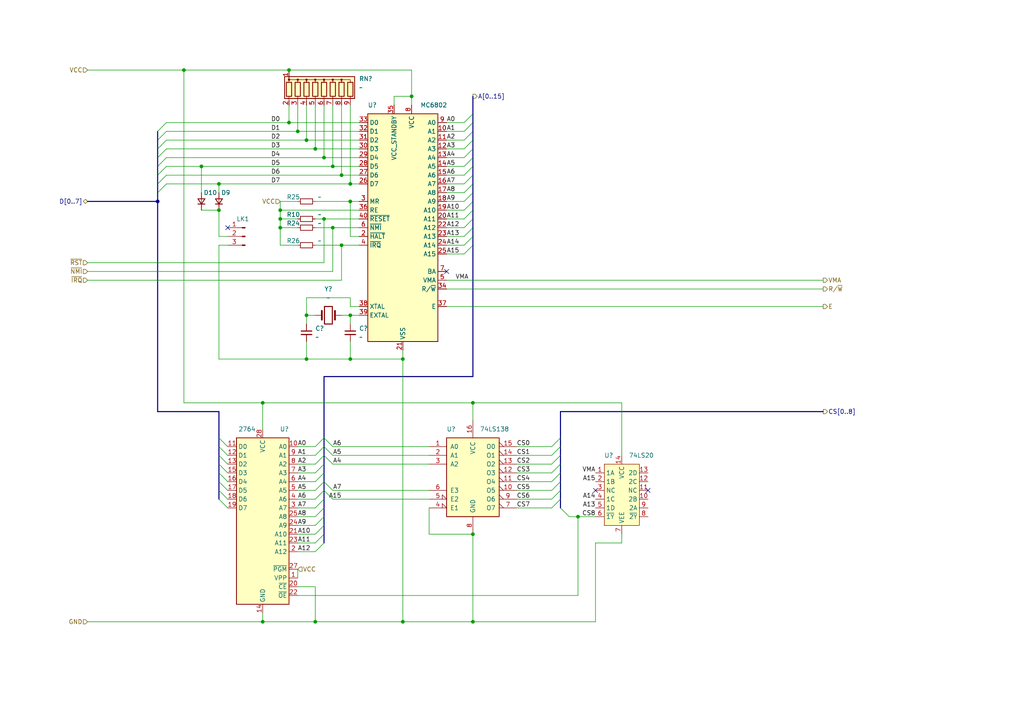
<source format=kicad_sch>
(kicad_sch (version 20211123) (generator eeschema)
  (paper "A4")
  (lib_symbols
    (symbol "74xx:74LS138" (pin_names (offset 1.016))
      (property "Reference" "U" (at -7.62 11.43 0))
      (property "Value" "74LS138" (at -7.62 -13.97 0))
      (symbol "74LS138_1_0"
        (pin input line (at -12.7 7.62 0) (length 5.08) (name "A0") (number "1"))
        (pin output output_low (at 12.7 -5.08 180) (length 5.08) (name "O5") (number "10"))
        (pin output output_low (at 12.7 -2.54 180) (length 5.08) (name "O4") (number "11"))
        (pin output output_low (at 12.7 0 180) (length 5.08) (name "O3") (number "12"))
        (pin output output_low (at 12.7 2.54 180) (length 5.08) (name "O2") (number "13"))
        (pin output output_low (at 12.7 5.08 180) (length 5.08) (name "O1") (number "14"))
        (pin output output_low (at 12.7 7.62 180) (length 5.08) (name "O0") (number "15"))
        (pin power_in line (at 0 15.24 270) (length 5.08) (name "VCC") (number "16"))
        (pin input line (at -12.7 5.08 0) (length 5.08) (name "A1") (number "2"))
        (pin input line (at -12.7 2.54 0) (length 5.08) (name "A2") (number "3"))
        (pin input input_low (at -12.7 -10.16 0) (length 5.08) (name "E1") (number "4"))
        (pin input input_low (at -12.7 -7.62 0) (length 5.08) (name "E2") (number "5"))
        (pin input line (at -12.7 -5.08 0) (length 5.08) (name "E3") (number "6"))
        (pin output output_low (at 12.7 -10.16 180) (length 5.08) (name "O7") (number "7"))
        (pin power_in line (at 0 -17.78 90) (length 5.08) (name "GND") (number "8"))
        (pin output output_low (at 12.7 -7.62 180) (length 5.08) (name "O6") (number "9"))
      )
      (symbol "74LS138_1_1"
        (rectangle (start -7.62 10.16) (end 7.62 -12.7) (stroke (width 0.254)) (fill (type background)))
      )
    )
    (symbol "CPU_NXP_6800:MC6802"
      (property "Reference" "U" (at -8.89 34.29 0))
      (property "Value" "MC6802" (at 10.16 34.29 0))
      (symbol "MC6802_0_1"
        (rectangle (start -10.16 -33.02) (end 10.16 33.02) (stroke (width 0.254)) (fill (type background)))
      )
      (symbol "MC6802_1_1"
        (pin passive line (at 0 -35.56 90) (length 2.54) hide (name "VSS") (number "1"))
        (pin output line (at 12.7 27.94 180) (length 2.54) (name "A1") (number "10"))
        (pin output line (at 12.7 25.4 180) (length 2.54) (name "A2") (number "11"))
        (pin output line (at 12.7 22.86 180) (length 2.54) (name "A3") (number "12"))
        (pin output line (at 12.7 20.32 180) (length 2.54) (name "A4") (number "13"))
        (pin output line (at 12.7 17.78 180) (length 2.54) (name "A5") (number "14"))
        (pin output line (at 12.7 15.24 180) (length 2.54) (name "A6") (number "15"))
        (pin output line (at 12.7 12.7 180) (length 2.54) (name "A7") (number "16"))
        (pin output line (at 12.7 10.16 180) (length 2.54) (name "A8") (number "17"))
        (pin output line (at 12.7 7.62 180) (length 2.54) (name "A9") (number "18"))
        (pin output line (at 12.7 5.08 180) (length 2.54) (name "A10") (number "19"))
        (pin input line (at -12.7 -2.54 0) (length 2.54) (name "~{HALT}") (number "2"))
        (pin output line (at 12.7 2.54 180) (length 2.54) (name "A11") (number "20"))
        (pin power_in line (at 0 -35.56 90) (length 2.54) (name "VSS") (number "21"))
        (pin output line (at 12.7 0 180) (length 2.54) (name "A12") (number "22"))
        (pin output line (at 12.7 -2.54 180) (length 2.54) (name "A13") (number "23"))
        (pin output line (at 12.7 -5.08 180) (length 2.54) (name "A14") (number "24"))
        (pin output line (at 12.7 -7.62 180) (length 2.54) (name "A15") (number "25"))
        (pin bidirectional line (at -12.7 12.7 0) (length 2.54) (name "D7") (number "26"))
        (pin bidirectional line (at -12.7 15.24 0) (length 2.54) (name "D6") (number "27"))
        (pin bidirectional line (at -12.7 17.78 0) (length 2.54) (name "D5") (number "28"))
        (pin bidirectional line (at -12.7 20.32 0) (length 2.54) (name "D4") (number "29"))
        (pin input line (at -12.7 7.62 0) (length 2.54) (name "MR") (number "3"))
        (pin bidirectional line (at -12.7 22.86 0) (length 2.54) (name "D3") (number "30"))
        (pin bidirectional line (at -12.7 25.4 0) (length 2.54) (name "D2") (number "31"))
        (pin bidirectional line (at -12.7 27.94 0) (length 2.54) (name "D1") (number "32"))
        (pin bidirectional line (at -12.7 30.48 0) (length 2.54) (name "D0") (number "33"))
        (pin output line (at 12.7 -17.78 180) (length 2.54) (name "R/~{W}") (number "34"))
        (pin power_in line (at -2.54 35.56 270) (length 2.54) (name "VCC_STANDBY") (number "35"))
        (pin input line (at -12.7 5.08 0) (length 2.54) (name "RE") (number "36"))
        (pin output line (at 12.7 -22.86 180) (length 2.54) (name "E") (number "37"))
        (pin passive line (at -12.7 -22.86 0) (length 2.54) (name "XTAL") (number "38"))
        (pin passive line (at -12.7 -25.4 0) (length 2.54) (name "EXTAL") (number "39"))
        (pin input line (at -12.7 -5.08 0) (length 2.54) (name "~{IRQ}") (number "4"))
        (pin input line (at -12.7 2.54 0) (length 2.54) (name "~{RESET}") (number "40"))
        (pin output line (at 12.7 -15.24 180) (length 2.54) (name "VMA") (number "5"))
        (pin input line (at -12.7 0 0) (length 2.54) (name "~{NMI}") (number "6"))
        (pin output line (at 12.7 -12.7 180) (length 2.54) (name "BA") (number "7"))
        (pin power_in line (at 2.54 35.56 270) (length 2.54) (name "VCC") (number "8"))
        (pin output line (at 12.7 30.48 180) (length 2.54) (name "A0") (number "9"))
      )
    )
    (symbol "Connector:Conn_01x03_Male" (pin_names (offset 1.016) hide)
      (property "Reference" "J" (at 0 5.08 0))
      (property "Value" "Conn_01x03_Male" (at 0 -5.08 0))
      (symbol "Conn_01x03_Male_1_1"
        (polyline (pts (xy 1.27 -2.54) (xy 0.8636 -2.54)) (stroke (width 0.1524)))
        (polyline (pts (xy 1.27 0) (xy 0.8636 0)) (stroke (width 0.1524)))
        (polyline (pts (xy 1.27 2.54) (xy 0.8636 2.54)) (stroke (width 0.1524)))
        (rectangle (start 0.8636 -2.413) (end 0 -2.667) (stroke (width 0.1524)) (fill (type outline)))
        (rectangle (start 0.8636 0.127) (end 0 -0.127) (stroke (width 0.1524)) (fill (type outline)))
        (rectangle (start 0.8636 2.667) (end 0 2.413) (stroke (width 0.1524)) (fill (type outline)))
        (pin passive line (at 5.08 2.54 180) (length 3.81) (name "Pin_1") (number "1"))
        (pin passive line (at 5.08 0 180) (length 3.81) (name "Pin_2") (number "2"))
        (pin passive line (at 5.08 -2.54 180) (length 3.81) (name "Pin_3") (number "3"))
      )
    )
    (symbol "Custom:74LS20"
      (property "Reference" "U?" (at 0 -2.54 0))
      (property "Value" "74LS20" (at 10.16 -2.54 0))
      (symbol "74LS20_0_1"
        (rectangle (start 0 -5.08) (end 10.16 -22.86) (fill (type background)))
      )
      (symbol "74LS20_1_1"
        (pin input line (at -2.54 -7.62 0) (length 2.54) (name "1A") (number "1"))
        (pin input line (at 12.7 -15.24 180) (length 2.54) (name "2B") (number "10"))
        (pin input line (at 12.7 -12.7 180) (length 2.54) (name "NC") (number "11"))
        (pin input line (at 12.7 -10.16 180) (length 2.54) (name "2C") (number "12"))
        (pin input line (at 12.7 -7.62 180) (length 2.54) (name "2D") (number "13"))
        (pin input line (at 5.08 -2.54 270) (length 2.54) (name "VCC") (number "14"))
        (pin input line (at -2.54 -10.16 0) (length 2.54) (name "1B") (number "2"))
        (pin input line (at -2.54 -12.7 0) (length 2.54) (name "NC") (number "3"))
        (pin input line (at -2.54 -15.24 0) (length 2.54) (name "1C") (number "4"))
        (pin input line (at -2.54 -17.78 0) (length 2.54) (name "1D") (number "5"))
        (pin input line (at -2.54 -20.32 0) (length 2.54) (name "~{1Y}") (number "6"))
        (pin input line (at 5.08 -25.4 90) (length 2.54) (name "VEE") (number "7"))
        (pin input line (at 12.7 -20.32 180) (length 2.54) (name "~{2Y}") (number "8"))
        (pin input line (at 12.7 -17.78 180) (length 2.54) (name "2A") (number "9"))
      )
    )
    (symbol "Device:C_Small" (pin_numbers hide) (pin_names (offset 0.254) hide)
      (property "Reference" "C" (at 0.254 1.778 0))
      (property "Value" "C_Small" (at 0.254 -2.032 0))
      (symbol "C_Small_0_1"
        (polyline (pts (xy -1.524 -0.508) (xy 1.524 -0.508)) (stroke (width 0.3302)))
        (polyline (pts (xy -1.524 0.508) (xy 1.524 0.508)) (stroke (width 0.3048)))
      )
      (symbol "C_Small_1_1"
        (pin passive line (at 0 2.54 270) (length 2.032) (name "~") (number "1"))
        (pin passive line (at 0 -2.54 90) (length 2.032) (name "~") (number "2"))
      )
    )
    (symbol "Device:Crystal" (pin_numbers hide) (pin_names (offset 1.016) hide)
      (property "Reference" "Y" (at 0 3.81 0))
      (property "Value" "Crystal" (at 0 -3.81 0))
      (symbol "Crystal_0_1"
        (rectangle (start -1.143 2.54) (end 1.143 -2.54) (stroke (width 0.3048)))
        (polyline (pts (xy -2.54 0) (xy -1.905 0)))
        (polyline (pts (xy -1.905 -1.27) (xy -1.905 1.27)) (stroke (width 0.508)))
        (polyline (pts (xy 1.905 -1.27) (xy 1.905 1.27)) (stroke (width 0.508)))
        (polyline (pts (xy 2.54 0) (xy 1.905 0)))
      )
      (symbol "Crystal_1_1"
        (pin passive line (at -3.81 0 0) (length 1.27) (name "1") (number "1"))
        (pin passive line (at 3.81 0 180) (length 1.27) (name "2") (number "2"))
      )
    )
    (symbol "Device:D_Small" (pin_numbers hide) (pin_names (offset 0.254) hide)
      (property "Reference" "D" (at -1.27 2.032 0))
      (property "Value" "D_Small" (at -3.81 -2.032 0))
      (symbol "D_Small_0_1"
        (polyline (pts (xy -0.762 -1.016) (xy -0.762 1.016)) (stroke (width 0.254)))
        (polyline (pts (xy -0.762 0) (xy 0.762 0)))
        (polyline (pts (xy 0.762 -1.016) (xy -0.762 0) (xy 0.762 1.016) (xy 0.762 -1.016)) (stroke (width 0.254)))
      )
      (symbol "D_Small_1_1"
        (pin passive line (at -2.54 0 0) (length 1.778) (name "K") (number "1"))
        (pin passive line (at 2.54 0 180) (length 1.778) (name "A") (number "2"))
      )
    )
    (symbol "Device:R_Network08" (pin_names (offset 0) hide)
      (property "Reference" "RN" (at -12.7 0 90))
      (property "Value" "R_Network08" (at 10.16 0 90))
      (symbol "R_Network08_0_1"
        (rectangle (start -11.43 -3.175) (end 8.89 3.175) (stroke (width 0.254)) (fill (type background)))
        (rectangle (start -10.922 1.524) (end -9.398 -2.54) (stroke (width 0.254)))
        (circle (center -10.16 2.286) (radius 0.254) (fill (type outline)))
        (rectangle (start -8.382 1.524) (end -6.858 -2.54) (stroke (width 0.254)))
        (circle (center -7.62 2.286) (radius 0.254) (fill (type outline)))
        (rectangle (start -5.842 1.524) (end -4.318 -2.54) (stroke (width 0.254)))
        (circle (center -5.08 2.286) (radius 0.254) (fill (type outline)))
        (rectangle (start -3.302 1.524) (end -1.778 -2.54) (stroke (width 0.254)))
        (circle (center -2.54 2.286) (radius 0.254) (fill (type outline)))
        (rectangle (start -0.762 1.524) (end 0.762 -2.54) (stroke (width 0.254)))
        (polyline (pts (xy -10.16 -2.54) (xy -10.16 -3.81)))
        (polyline (pts (xy -7.62 -2.54) (xy -7.62 -3.81)))
        (polyline (pts (xy -5.08 -2.54) (xy -5.08 -3.81)))
        (polyline (pts (xy -2.54 -2.54) (xy -2.54 -3.81)))
        (polyline (pts (xy 0 -2.54) (xy 0 -3.81)))
        (polyline (pts (xy 2.54 -2.54) (xy 2.54 -3.81)))
        (polyline (pts (xy 5.08 -2.54) (xy 5.08 -3.81)))
        (polyline (pts (xy 7.62 -2.54) (xy 7.62 -3.81)))
        (polyline (pts (xy -10.16 1.524) (xy -10.16 2.286) (xy -7.62 2.286) (xy -7.62 1.524)))
        (polyline (pts (xy -7.62 1.524) (xy -7.62 2.286) (xy -5.08 2.286) (xy -5.08 1.524)))
        (polyline (pts (xy -5.08 1.524) (xy -5.08 2.286) (xy -2.54 2.286) (xy -2.54 1.524)))
        (polyline (pts (xy -2.54 1.524) (xy -2.54 2.286) (xy 0 2.286) (xy 0 1.524)))
        (polyline (pts (xy 0 1.524) (xy 0 2.286) (xy 2.54 2.286) (xy 2.54 1.524)))
        (polyline (pts (xy 2.54 1.524) (xy 2.54 2.286) (xy 5.08 2.286) (xy 5.08 1.524)))
        (polyline (pts (xy 5.08 1.524) (xy 5.08 2.286) (xy 7.62 2.286) (xy 7.62 1.524)))
        (circle (center 0 2.286) (radius 0.254) (fill (type outline)))
        (rectangle (start 1.778 1.524) (end 3.302 -2.54) (stroke (width 0.254)))
        (circle (center 2.54 2.286) (radius 0.254) (fill (type outline)))
        (rectangle (start 4.318 1.524) (end 5.842 -2.54) (stroke (width 0.254)))
        (circle (center 5.08 2.286) (radius 0.254) (fill (type outline)))
        (rectangle (start 6.858 1.524) (end 8.382 -2.54) (stroke (width 0.254)))
      )
      (symbol "R_Network08_1_1"
        (pin passive line (at -10.16 5.08 270) (length 2.54) (name "common") (number "1"))
        (pin passive line (at -10.16 -5.08 90) (length 1.27) (name "R1") (number "2"))
        (pin passive line (at -7.62 -5.08 90) (length 1.27) (name "R2") (number "3"))
        (pin passive line (at -5.08 -5.08 90) (length 1.27) (name "R3") (number "4"))
        (pin passive line (at -2.54 -5.08 90) (length 1.27) (name "R4") (number "5"))
        (pin passive line (at 0 -5.08 90) (length 1.27) (name "R5") (number "6"))
        (pin passive line (at 2.54 -5.08 90) (length 1.27) (name "R6") (number "7"))
        (pin passive line (at 5.08 -5.08 90) (length 1.27) (name "R7") (number "8"))
        (pin passive line (at 7.62 -5.08 90) (length 1.27) (name "R8") (number "9"))
      )
    )
    (symbol "Device:R_Small" (pin_numbers hide) (pin_names (offset 0.254) hide)
      (property "Reference" "R" (at 0.762 0.508 0))
      (property "Value" "R_Small" (at 0.762 -1.016 0))
      (symbol "R_Small_0_1"
        (rectangle (start -0.762 1.778) (end 0.762 -1.778) (stroke (width 0.2032)))
      )
      (symbol "R_Small_1_1"
        (pin passive line (at 0 2.54 270) (length 0.762) (name "~") (number "1"))
        (pin passive line (at 0 -2.54 90) (length 0.762) (name "~") (number "2"))
      )
    )
    (symbol "Memory_EPROM:2764"
      (property "Reference" "U" (at -7.62 24.13 0))
      (property "Value" "2764" (at 2.54 -26.67 0))
      (symbol "2764_1_1"
        (rectangle (start -7.62 22.86) (end 7.62 -25.4) (stroke (width 0.254)) (fill (type background)))
        (pin input line (at -10.16 -17.78 0) (length 2.54) (name "VPP") (number "1"))
        (pin input line (at -10.16 20.32 0) (length 2.54) (name "A0") (number "10"))
        (pin tri_state line (at 10.16 20.32 180) (length 2.54) (name "D0") (number "11"))
        (pin tri_state line (at 10.16 17.78 180) (length 2.54) (name "D1") (number "12"))
        (pin tri_state line (at 10.16 15.24 180) (length 2.54) (name "D2") (number "13"))
        (pin power_in line (at 0 -27.94 90) (length 2.54) (name "GND") (number "14"))
        (pin tri_state line (at 10.16 12.7 180) (length 2.54) (name "D3") (number "15"))
        (pin tri_state line (at 10.16 10.16 180) (length 2.54) (name "D4") (number "16"))
        (pin tri_state line (at 10.16 7.62 180) (length 2.54) (name "D5") (number "17"))
        (pin tri_state line (at 10.16 5.08 180) (length 2.54) (name "D6") (number "18"))
        (pin tri_state line (at 10.16 2.54 180) (length 2.54) (name "D7") (number "19"))
        (pin input line (at -10.16 -10.16 0) (length 2.54) (name "A12") (number "2"))
        (pin input line (at -10.16 -20.32 0) (length 2.54) (name "~{CE}") (number "20"))
        (pin input line (at -10.16 -5.08 0) (length 2.54) (name "A10") (number "21"))
        (pin input line (at -10.16 -22.86 0) (length 2.54) (name "~{OE}") (number "22"))
        (pin input line (at -10.16 -7.62 0) (length 2.54) (name "A11") (number "23"))
        (pin input line (at -10.16 -2.54 0) (length 2.54) (name "A9") (number "24"))
        (pin input line (at -10.16 0 0) (length 2.54) (name "A8") (number "25"))
        (pin no_connect line (at 7.62 0 180) (length 2.54) hide (name "NC") (number "26"))
        (pin input line (at -10.16 -15.24 0) (length 2.54) (name "~{PGM}") (number "27"))
        (pin power_in line (at 0 25.4 270) (length 2.54) (name "VCC") (number "28"))
        (pin input line (at -10.16 2.54 0) (length 2.54) (name "A7") (number "3"))
        (pin input line (at -10.16 5.08 0) (length 2.54) (name "A6") (number "4"))
        (pin input line (at -10.16 7.62 0) (length 2.54) (name "A5") (number "5"))
        (pin input line (at -10.16 10.16 0) (length 2.54) (name "A4") (number "6"))
        (pin input line (at -10.16 12.7 0) (length 2.54) (name "A3") (number "7"))
        (pin input line (at -10.16 15.24 0) (length 2.54) (name "A2") (number "8"))
        (pin input line (at -10.16 17.78 0) (length 2.54) (name "A1") (number "9"))
      )
    )
  )
  (junction (at 63.5 60.96))
  (junction (at 96.52 48.26))
  (junction (at 63.5 53.34))
  (junction (at 81.28 60.96))
  (junction (at 88.9 91.44))
  (junction (at 93.98 45.72))
  (junction (at 119.38 27.94))
  (junction (at 76.2 116.84))
  (junction (at 83.82 20.32))
  (junction (at 101.6 53.34))
  (junction (at 88.9 40.64))
  (junction (at 91.44 43.18))
  (junction (at 99.06 50.8))
  (junction (at 45.72 58.42))
  (junction (at 99.06 71.12))
  (junction (at 101.6 91.44))
  (junction (at 88.9 104.14))
  (junction (at 116.84 104.14))
  (junction (at 81.28 63.5))
  (junction (at 116.84 180.34))
  (junction (at 83.82 35.56))
  (junction (at 76.2 180.34))
  (junction (at 58.42 48.26))
  (junction (at 167.64 149.86))
  (junction (at 101.6 58.42))
  (junction (at 53.34 20.32))
  (junction (at 81.28 66.04))
  (junction (at 86.36 38.1))
  (junction (at 91.44 180.34))
  (junction (at 101.6 104.14))
  (junction (at 93.98 63.5))
  (junction (at 137.16 116.84))
  (junction (at 137.16 154.94))
  (junction (at 137.16 180.34))
  (junction (at 96.52 66.04))
  (no_connect (at 66.04 66.04))
  (no_connect (at 172.72 142.24))
  (no_connect (at 187.96 142.24))
  (no_connect (at 129.54 78.74))
  (bus_entry (at 93.98 152.4) (size -2.54 2.54))
  (bus_entry (at 66.04 137.16) (size -2.54 -2.54))
  (bus_entry (at 93.98 147.32) (size -2.54 2.54))
  (bus_entry (at 66.04 147.32) (size -2.54 -2.54))
  (bus_entry (at 93.98 134.62) (size -2.54 2.54))
  (bus_entry (at 48.26 53.34) (size -2.54 2.54))
  (bus_entry (at 93.98 129.54) (size -2.54 2.54))
  (bus_entry (at 48.26 35.56) (size -2.54 2.54))
  (bus_entry (at 66.04 144.78) (size -2.54 -2.54))
  (bus_entry (at 93.98 157.48) (size -2.54 2.54))
  (bus_entry (at 93.98 129.54) (size 2.54 2.54))
  (bus_entry (at 162.56 147.32) (size 2.54 2.54))
  (bus_entry (at 48.26 43.18) (size -2.54 2.54))
  (bus_entry (at 93.98 127) (size 2.54 2.54))
  (bus_entry (at 93.98 132.08) (size -2.54 2.54))
  (bus_entry (at 48.26 48.26) (size -2.54 2.54))
  (bus_entry (at 93.98 137.16) (size -2.54 2.54))
  (bus_entry (at 160.02 129.54) (size 2.54 -2.54))
  (bus_entry (at 93.98 139.7) (size 2.54 2.54))
  (bus_entry (at 93.98 142.24) (size 2.54 2.54))
  (bus_entry (at 93.98 149.86) (size -2.54 2.54))
  (bus_entry (at 93.98 142.24) (size -2.54 2.54))
  (bus_entry (at 66.04 132.08) (size -2.54 -2.54))
  (bus_entry (at 66.04 129.54) (size -2.54 -2.54))
  (bus_entry (at 48.26 45.72) (size -2.54 2.54))
  (bus_entry (at 93.98 127) (size -2.54 2.54))
  (bus_entry (at 93.98 132.08) (size 2.54 2.54))
  (bus_entry (at 93.98 139.7) (size -2.54 2.54))
  (bus_entry (at 134.62 55.88) (size 2.54 -2.54))
  (bus_entry (at 134.62 45.72) (size 2.54 -2.54))
  (bus_entry (at 134.62 43.18) (size 2.54 -2.54))
  (bus_entry (at 134.62 48.26) (size 2.54 -2.54))
  (bus_entry (at 134.62 53.34) (size 2.54 -2.54))
  (bus_entry (at 134.62 50.8) (size 2.54 -2.54))
  (bus_entry (at 134.62 58.42) (size 2.54 -2.54))
  (bus_entry (at 134.62 60.96) (size 2.54 -2.54))
  (bus_entry (at 134.62 63.5) (size 2.54 -2.54))
  (bus_entry (at 134.62 68.58) (size 2.54 -2.54))
  (bus_entry (at 134.62 66.04) (size 2.54 -2.54))
  (bus_entry (at 134.62 71.12) (size 2.54 -2.54))
  (bus_entry (at 134.62 73.66) (size 2.54 -2.54))
  (bus_entry (at 48.26 50.8) (size -2.54 2.54))
  (bus_entry (at 93.98 144.78) (size -2.54 2.54))
  (bus_entry (at 66.04 139.7) (size -2.54 -2.54))
  (bus_entry (at 66.04 134.62) (size -2.54 -2.54))
  (bus_entry (at 66.04 142.24) (size -2.54 -2.54))
  (bus_entry (at 160.02 134.62) (size 2.54 -2.54))
  (bus_entry (at 48.26 38.1) (size -2.54 2.54))
  (bus_entry (at 134.62 38.1) (size 2.54 -2.54))
  (bus_entry (at 134.62 35.56) (size 2.54 -2.54))
  (bus_entry (at 134.62 40.64) (size 2.54 -2.54))
  (bus_entry (at 160.02 132.08) (size 2.54 -2.54))
  (bus_entry (at 160.02 142.24) (size 2.54 -2.54))
  (bus_entry (at 48.26 40.64) (size -2.54 2.54))
  (bus_entry (at 93.98 154.94) (size -2.54 2.54))
  (bus_entry (at 160.02 139.7) (size 2.54 -2.54))
  (bus_entry (at 160.02 137.16) (size 2.54 -2.54))
  (bus_entry (at 160.02 147.32) (size 2.54 -2.54))
  (bus_entry (at 160.02 144.78) (size 2.54 -2.54))
  (wire (pts (xy 149.86 137.16) (xy 160.02 137.16)))
  (wire (pts (xy 48.26 38.1) (xy 86.36 38.1)))
  (bus (pts (xy 137.16 43.18) (xy 137.16 45.72)))
  (bus (pts (xy 93.98 134.62) (xy 93.98 137.16)))
  (bus (pts (xy 93.98 149.86) (xy 93.98 152.4)))
  (wire (pts (xy 66.04 71.12) (xy 63.5 71.12)))
  (bus (pts (xy 45.72 55.88) (xy 45.72 58.42)))
  (bus (pts (xy 93.98 147.32) (xy 93.98 149.86)))
  (bus (pts (xy 45.72 53.34) (xy 45.72 55.88)))
  (wire (pts (xy 93.98 30.48) (xy 93.98 45.72)))
  (bus (pts (xy 93.98 127) (xy 93.98 129.54)))
  (wire (pts (xy 91.44 160.02) (xy 86.36 160.02)))
  (wire (pts (xy 88.9 86.36) (xy 88.9 91.44)))
  (bus (pts (xy 162.56 119.38) (xy 238.76 119.38)))
  (wire (pts (xy 86.36 38.1) (xy 104.14 38.1)))
  (wire (pts (xy 48.26 50.8) (xy 99.06 50.8)))
  (wire (pts (xy 25.4 81.28) (xy 99.06 81.28)))
  (wire (pts (xy 101.6 104.14) (xy 88.9 104.14)))
  (wire (pts (xy 76.2 116.84) (xy 53.34 116.84)))
  (bus (pts (xy 137.16 45.72) (xy 137.16 48.26)))
  (wire (pts (xy 76.2 116.84) (xy 137.16 116.84)))
  (wire (pts (xy 101.6 53.34) (xy 104.14 53.34)))
  (wire (pts (xy 167.64 149.86) (xy 172.72 149.86)))
  (wire (pts (xy 88.9 99.06) (xy 88.9 104.14)))
  (bus (pts (xy 137.16 53.34) (xy 137.16 55.88)))
  (wire (pts (xy 91.44 149.86) (xy 86.36 149.86)))
  (wire (pts (xy 53.34 20.32) (xy 83.82 20.32)))
  (wire (pts (xy 96.52 142.24) (xy 124.46 142.24)))
  (wire (pts (xy 25.4 20.32) (xy 53.34 20.32)))
  (wire (pts (xy 137.16 116.84) (xy 137.16 121.92)))
  (wire (pts (xy 48.26 35.56) (xy 83.82 35.56)))
  (wire (pts (xy 91.44 170.18) (xy 91.44 180.34)))
  (bus (pts (xy 162.56 119.38) (xy 162.56 127)))
  (wire (pts (xy 180.34 116.84) (xy 180.34 132.08)))
  (wire (pts (xy 96.52 48.26) (xy 104.14 48.26)))
  (bus (pts (xy 93.98 144.78) (xy 93.98 147.32)))
  (wire (pts (xy 83.82 30.48) (xy 83.82 35.56)))
  (wire (pts (xy 96.52 129.54) (xy 124.46 129.54)))
  (wire (pts (xy 96.52 144.78) (xy 124.46 144.78)))
  (bus (pts (xy 137.16 40.64) (xy 137.16 43.18)))
  (wire (pts (xy 76.2 180.34) (xy 25.4 180.34)))
  (wire (pts (xy 129.54 45.72) (xy 134.62 45.72)))
  (bus (pts (xy 137.16 27.94) (xy 137.16 33.02)))
  (wire (pts (xy 238.76 88.9) (xy 129.54 88.9)))
  (bus (pts (xy 137.16 58.42) (xy 137.16 60.96)))
  (wire (pts (xy 81.28 58.42) (xy 81.28 60.96)))
  (bus (pts (xy 93.98 129.54) (xy 93.98 132.08)))
  (wire (pts (xy 129.54 53.34) (xy 134.62 53.34)))
  (wire (pts (xy 238.76 81.28) (xy 129.54 81.28)))
  (wire (pts (xy 91.44 137.16) (xy 86.36 137.16)))
  (wire (pts (xy 149.86 139.7) (xy 160.02 139.7)))
  (wire (pts (xy 124.46 147.32) (xy 124.46 154.94)))
  (wire (pts (xy 149.86 132.08) (xy 160.02 132.08)))
  (wire (pts (xy 25.4 78.74) (xy 96.52 78.74)))
  (wire (pts (xy 101.6 86.36) (xy 101.6 88.9)))
  (wire (pts (xy 116.84 180.34) (xy 137.16 180.34)))
  (wire (pts (xy 165.1 149.86) (xy 167.64 149.86)))
  (wire (pts (xy 91.44 154.94) (xy 86.36 154.94)))
  (wire (pts (xy 66.04 68.58) (xy 63.5 68.58)))
  (wire (pts (xy 101.6 58.42) (xy 101.6 68.58)))
  (bus (pts (xy 93.98 152.4) (xy 93.98 154.94)))
  (wire (pts (xy 86.36 30.48) (xy 86.36 38.1)))
  (wire (pts (xy 91.44 63.5) (xy 93.98 63.5)))
  (wire (pts (xy 63.5 71.12) (xy 63.5 104.14)))
  (wire (pts (xy 48.26 45.72) (xy 93.98 45.72)))
  (wire (pts (xy 101.6 30.48) (xy 101.6 53.34)))
  (bus (pts (xy 93.98 132.08) (xy 93.98 134.62)))
  (bus (pts (xy 63.5 129.54) (xy 63.5 132.08)))
  (wire (pts (xy 96.52 66.04) (xy 104.14 66.04)))
  (wire (pts (xy 88.9 86.36) (xy 101.6 86.36)))
  (wire (pts (xy 129.54 60.96) (xy 134.62 60.96)))
  (wire (pts (xy 88.9 40.64) (xy 104.14 40.64)))
  (wire (pts (xy 129.54 73.66) (xy 134.62 73.66)))
  (wire (pts (xy 91.44 144.78) (xy 86.36 144.78)))
  (bus (pts (xy 63.5 142.24) (xy 63.5 144.78)))
  (bus (pts (xy 137.16 60.96) (xy 137.16 63.5)))
  (wire (pts (xy 81.28 66.04) (xy 86.36 66.04)))
  (bus (pts (xy 45.72 38.1) (xy 45.72 40.64)))
  (wire (pts (xy 119.38 27.94) (xy 119.38 30.48)))
  (bus (pts (xy 45.72 40.64) (xy 45.72 43.18)))
  (wire (pts (xy 81.28 71.12) (xy 86.36 71.12)))
  (wire (pts (xy 99.06 30.48) (xy 99.06 50.8)))
  (wire (pts (xy 93.98 63.5) (xy 104.14 63.5)))
  (wire (pts (xy 137.16 116.84) (xy 180.34 116.84)))
  (wire (pts (xy 104.14 68.58) (xy 101.6 68.58)))
  (wire (pts (xy 101.6 58.42) (xy 104.14 58.42)))
  (wire (pts (xy 119.38 20.32) (xy 119.38 27.94)))
  (wire (pts (xy 93.98 76.2) (xy 93.98 63.5)))
  (bus (pts (xy 45.72 48.26) (xy 45.72 50.8)))
  (bus (pts (xy 25.4 58.42) (xy 45.72 58.42)))
  (wire (pts (xy 91.44 152.4) (xy 86.36 152.4)))
  (wire (pts (xy 81.28 60.96) (xy 104.14 60.96)))
  (wire (pts (xy 91.44 129.54) (xy 86.36 129.54)))
  (wire (pts (xy 91.44 58.42) (xy 101.6 58.42)))
  (wire (pts (xy 96.52 66.04) (xy 96.52 78.74)))
  (wire (pts (xy 129.54 63.5) (xy 134.62 63.5)))
  (bus (pts (xy 137.16 55.88) (xy 137.16 58.42)))
  (wire (pts (xy 137.16 180.34) (xy 172.72 180.34)))
  (wire (pts (xy 129.54 68.58) (xy 134.62 68.58)))
  (bus (pts (xy 137.16 66.04) (xy 137.16 68.58)))
  (bus (pts (xy 137.16 35.56) (xy 137.16 38.1)))
  (wire (pts (xy 48.26 43.18) (xy 91.44 43.18)))
  (wire (pts (xy 91.44 180.34) (xy 116.84 180.34)))
  (wire (pts (xy 129.54 38.1) (xy 134.62 38.1)))
  (wire (pts (xy 149.86 144.78) (xy 160.02 144.78)))
  (wire (pts (xy 91.44 142.24) (xy 86.36 142.24)))
  (wire (pts (xy 76.2 116.84) (xy 76.2 124.46)))
  (wire (pts (xy 172.72 157.48) (xy 172.72 180.34)))
  (wire (pts (xy 149.86 134.62) (xy 160.02 134.62)))
  (wire (pts (xy 96.52 30.48) (xy 96.52 48.26)))
  (wire (pts (xy 101.6 91.44) (xy 101.6 93.98)))
  (wire (pts (xy 93.98 45.72) (xy 104.14 45.72)))
  (wire (pts (xy 149.86 147.32) (xy 160.02 147.32)))
  (wire (pts (xy 116.84 101.6) (xy 116.84 104.14)))
  (wire (pts (xy 83.82 35.56) (xy 104.14 35.56)))
  (wire (pts (xy 91.44 134.62) (xy 86.36 134.62)))
  (wire (pts (xy 99.06 71.12) (xy 104.14 71.12)))
  (wire (pts (xy 63.5 53.34) (xy 101.6 53.34)))
  (wire (pts (xy 114.3 27.94) (xy 114.3 30.48)))
  (bus (pts (xy 162.56 134.62) (xy 162.56 137.16)))
  (bus (pts (xy 63.5 119.38) (xy 45.72 119.38)))
  (wire (pts (xy 129.54 66.04) (xy 134.62 66.04)))
  (bus (pts (xy 45.72 50.8) (xy 45.72 53.34)))
  (wire (pts (xy 76.2 177.8) (xy 76.2 180.34)))
  (bus (pts (xy 63.5 127) (xy 63.5 129.54)))
  (bus (pts (xy 162.56 129.54) (xy 162.56 132.08)))
  (wire (pts (xy 81.28 58.42) (xy 86.36 58.42)))
  (bus (pts (xy 162.56 132.08) (xy 162.56 134.62)))
  (wire (pts (xy 96.52 134.62) (xy 124.46 134.62)))
  (bus (pts (xy 93.98 139.7) (xy 93.98 142.24)))
  (wire (pts (xy 88.9 30.48) (xy 88.9 40.64)))
  (wire (pts (xy 63.5 60.96) (xy 63.5 68.58)))
  (wire (pts (xy 91.44 139.7) (xy 86.36 139.7)))
  (wire (pts (xy 149.86 142.24) (xy 160.02 142.24)))
  (wire (pts (xy 63.5 53.34) (xy 63.5 55.88)))
  (bus (pts (xy 45.72 45.72) (xy 45.72 48.26)))
  (bus (pts (xy 137.16 48.26) (xy 137.16 50.8)))
  (bus (pts (xy 162.56 142.24) (xy 162.56 144.78)))
  (wire (pts (xy 99.06 50.8) (xy 104.14 50.8)))
  (bus (pts (xy 93.98 137.16) (xy 93.98 139.7)))
  (wire (pts (xy 91.44 147.32) (xy 86.36 147.32)))
  (bus (pts (xy 137.16 33.02) (xy 137.16 35.56)))
  (wire (pts (xy 48.26 40.64) (xy 88.9 40.64)))
  (wire (pts (xy 48.26 48.26) (xy 58.42 48.26)))
  (wire (pts (xy 58.42 48.26) (xy 58.42 55.88)))
  (wire (pts (xy 129.54 40.64) (xy 134.62 40.64)))
  (bus (pts (xy 162.56 144.78) (xy 162.56 147.32)))
  (bus (pts (xy 63.5 134.62) (xy 63.5 137.16)))
  (wire (pts (xy 167.64 149.86) (xy 167.64 172.72)))
  (bus (pts (xy 137.16 38.1) (xy 137.16 40.64)))
  (bus (pts (xy 93.98 142.24) (xy 93.98 144.78)))
  (wire (pts (xy 83.82 20.32) (xy 119.38 20.32)))
  (wire (pts (xy 129.54 50.8) (xy 134.62 50.8)))
  (wire (pts (xy 129.54 55.88) (xy 134.62 55.88)))
  (wire (pts (xy 101.6 99.06) (xy 101.6 104.14)))
  (wire (pts (xy 119.38 27.94) (xy 114.3 27.94)))
  (bus (pts (xy 162.56 137.16) (xy 162.56 139.7)))
  (wire (pts (xy 91.44 30.48) (xy 91.44 43.18)))
  (bus (pts (xy 137.16 71.12) (xy 137.16 109.22)))
  (wire (pts (xy 76.2 180.34) (xy 91.44 180.34)))
  (bus (pts (xy 45.72 43.18) (xy 45.72 45.72)))
  (wire (pts (xy 167.64 172.72) (xy 86.36 172.72)))
  (wire (pts (xy 149.86 129.54) (xy 160.02 129.54)))
  (bus (pts (xy 137.16 63.5) (xy 137.16 66.04)))
  (wire (pts (xy 91.44 91.44) (xy 88.9 91.44)))
  (wire (pts (xy 63.5 104.14) (xy 88.9 104.14)))
  (wire (pts (xy 101.6 91.44) (xy 104.14 91.44)))
  (wire (pts (xy 129.54 35.56) (xy 134.62 35.56)))
  (bus (pts (xy 162.56 139.7) (xy 162.56 142.24)))
  (wire (pts (xy 101.6 88.9) (xy 104.14 88.9)))
  (wire (pts (xy 81.28 63.5) (xy 86.36 63.5)))
  (wire (pts (xy 116.84 104.14) (xy 116.84 180.34)))
  (wire (pts (xy 91.44 66.04) (xy 96.52 66.04)))
  (bus (pts (xy 63.5 132.08) (xy 63.5 134.62)))
  (wire (pts (xy 129.54 58.42) (xy 134.62 58.42)))
  (bus (pts (xy 137.16 68.58) (xy 137.16 71.12)))
  (bus (pts (xy 63.5 139.7) (xy 63.5 142.24)))
  (bus (pts (xy 162.56 127) (xy 162.56 129.54)))
  (wire (pts (xy 96.52 132.08) (xy 124.46 132.08)))
  (wire (pts (xy 81.28 63.5) (xy 81.28 66.04)))
  (wire (pts (xy 116.84 104.14) (xy 101.6 104.14)))
  (wire (pts (xy 99.06 91.44) (xy 101.6 91.44)))
  (wire (pts (xy 81.28 66.04) (xy 81.28 71.12)))
  (wire (pts (xy 25.4 76.2) (xy 93.98 76.2)))
  (wire (pts (xy 86.36 165.1) (xy 86.36 167.64)))
  (wire (pts (xy 88.9 91.44) (xy 88.9 93.98)))
  (wire (pts (xy 81.28 60.96) (xy 81.28 63.5)))
  (wire (pts (xy 91.44 132.08) (xy 86.36 132.08)))
  (wire (pts (xy 91.44 170.18) (xy 86.36 170.18)))
  (wire (pts (xy 129.54 43.18) (xy 134.62 43.18)))
  (wire (pts (xy 137.16 154.94) (xy 137.16 180.34)))
  (wire (pts (xy 91.44 43.18) (xy 104.14 43.18)))
  (wire (pts (xy 91.44 71.12) (xy 99.06 71.12)))
  (wire (pts (xy 180.34 157.48) (xy 180.34 154.94)))
  (bus (pts (xy 93.98 109.22) (xy 93.98 127)))
  (wire (pts (xy 53.34 20.32) (xy 53.34 116.84)))
  (wire (pts (xy 129.54 71.12) (xy 134.62 71.12)))
  (wire (pts (xy 91.44 157.48) (xy 86.36 157.48)))
  (wire (pts (xy 238.76 83.82) (xy 129.54 83.82)))
  (bus (pts (xy 93.98 154.94) (xy 93.98 157.48)))
  (bus (pts (xy 63.5 127) (xy 63.5 119.38)))
  (bus (pts (xy 63.5 137.16) (xy 63.5 139.7)))
  (bus (pts (xy 137.16 109.22) (xy 93.98 109.22)))
  (wire (pts (xy 58.42 48.26) (xy 96.52 48.26)))
  (wire (pts (xy 137.16 154.94) (xy 124.46 154.94)))
  (wire (pts (xy 172.72 157.48) (xy 180.34 157.48)))
  (wire (pts (xy 129.54 48.26) (xy 134.62 48.26)))
  (wire (pts (xy 48.26 53.34) (xy 63.5 53.34)))
  (bus (pts (xy 45.72 58.42) (xy 45.72 119.38)))
  (wire (pts (xy 99.06 71.12) (xy 99.06 81.28)))
  (wire (pts (xy 58.42 60.96) (xy 63.5 60.96)))
  (bus (pts (xy 137.16 50.8) (xy 137.16 53.34)))
  (label "CS4" (at 149.86 139.7 0))
  (label "CS2" (at 149.86 134.62 0))
  (label "A9" (at 86.36 152.4 0))
  (label "A4" (at 129.54 45.72 0))
  (label "A3" (at 129.54 43.18 0))
  (label "VMA" (at 172.72 137.16 180))
  (label "A12" (at 129.54 66.04 0))
  (label "D7" (at 81.28 53.34 180))
  (label "VMA" (at 132.08 81.28 0))
  (label "A6" (at 129.54 50.8 0))
  (label "A0" (at 86.36 129.54 0))
  (label "A6" (at 86.36 144.78 0))
  (label "CS8" (at 172.72 149.86 180))
  (label "A2" (at 129.54 40.64 0))
  (label "A2" (at 86.36 134.62 0))
  (label "A12" (at 86.36 160.02 0))
  (label "A14" (at 129.54 71.12 0))
  (label "A8" (at 86.36 149.86 0))
  (label "A14" (at 172.72 144.78 180))
  (label "A5" (at 129.54 48.26 0))
  (label "D6" (at 81.28 50.8 180))
  (label "A7" (at 129.54 53.34 0))
  (label "A3" (at 86.36 137.16 0))
  (label "CS3" (at 149.86 137.16 0))
  (label "A15" (at 129.54 73.66 0))
  (label "A7" (at 86.36 147.32 0))
  (label "A15" (at 172.72 139.7 180))
  (label "A9" (at 129.54 58.42 0))
  (label "CS7" (at 149.86 147.32 0))
  (label "A7" (at 99.06 142.24 180))
  (label "A8" (at 129.54 55.88 0))
  (label "A1" (at 86.36 132.08 0))
  (label "A6" (at 99.06 129.54 180))
  (label "A4" (at 99.06 134.62 180))
  (label "A11" (at 86.36 157.48 0))
  (label "A1" (at 129.54 38.1 0))
  (label "D2" (at 81.28 40.64 180))
  (label "D3" (at 81.28 43.18 180))
  (label "A4" (at 86.36 139.7 0))
  (label "A15" (at 99.06 144.78 180))
  (label "A5" (at 99.06 132.08 180))
  (label "D1" (at 81.28 38.1 180))
  (label "A13" (at 172.72 147.32 180))
  (label "CS6" (at 149.86 144.78 0))
  (label "A10" (at 86.36 154.94 0))
  (label "CS0" (at 149.86 129.54 0))
  (label "CS1" (at 149.86 132.08 0))
  (label "A13" (at 129.54 68.58 0))
  (label "D4" (at 81.28 45.72 180))
  (label "A0" (at 129.54 35.56 0))
  (label "A5" (at 86.36 142.24 0))
  (label "A11" (at 129.54 63.5 0))
  (label "D0" (at 81.28 35.56 180))
  (label "A10" (at 129.54 60.96 0))
  (label "CS5" (at 149.86 142.24 0))
  (label "D5" (at 81.28 48.26 180))
  (hierarchical_label "~{RST}" (shape input) (at 25.4 76.2 180))
  (hierarchical_label "~{IRQ}" (shape input) (at 25.4 81.28 180))
  (hierarchical_label "R{slash}~{W}" (shape output) (at 238.76 83.82 0))
  (hierarchical_label "E" (shape output) (at 238.76 88.9 0))
  (hierarchical_label "~{NMI}" (shape input) (at 25.4 78.74 180))
  (hierarchical_label "VCC" (shape input) (at 25.4 20.32 180))
  (hierarchical_label "VCC" (shape input) (at 81.28 58.42 180))
  (hierarchical_label "VMA" (shape output) (at 238.76 81.28 0))
  (hierarchical_label "VCC" (shape input) (at 86.36 165.1 0))
  (hierarchical_label "GND" (shape input) (at 25.4 180.34 180))
  (hierarchical_label "CS[0..8]" (shape output) (at 238.76 119.38 0))
  (hierarchical_label "A[0..15]" (shape output) (at 137.16 27.94 0))
  (hierarchical_label "D[0..7]" (shape bidirectional) (at 25.4 58.42 180))
  (symbol (lib_id "Device:R_Small") (at 88.9 71.12 90) (unit 1)
    (property "Reference" "R26" (at 85.09 69.85 90))
    (property "Value" "~" (at 92.71 69.85 90))
  )
  (symbol (lib_id "74xx:74LS138") (at 137.16 137.16 0) (unit 1)
    (property "Reference" "U?" (at 129.54 124.46 0) (effects (justify left)))
    (property "Value" "74LS138" (at 139.1794 124.46 0) (effects (justify left)))
    (property "Datasheet" "http://www.ti.com/lit/gpn/sn74LS138" (effects hide))
  )
  (symbol (lib_id "Device:C_Small") (at 101.6 96.52 0) (unit 1)
    (property "Reference" "C?" (at 104.14 95.2562 0) (effects (justify left)))
    (property "Value" "~" (at 104.14 97.7962 0) (effects (justify left)))
  )
  (symbol (lib_id "Custom:74LS20") (at 175.26 129.54 0) (unit 1)
    (property "Reference" "U?" (at 175.26 132.08 0) (effects (justify left)))
    (property "Value" "74LS20" (at 182.3594 132.08 0) (effects (justify left)))
  )
  (symbol (lib_id "Device:R_Small") (at 88.9 66.04 90) (unit 1)
    (property "Reference" "R24" (at 85.09 64.77 90))
    (property "Value" "~" (at 92.71 64.77 90))
  )
  (symbol (lib_id "Device:R_Small") (at 88.9 58.42 90) (unit 1)
    (property "Reference" "R25" (at 85.09 57.15 90))
    (property "Value" "~" (at 92.71 57.15 90))
  )
  (symbol (lib_id "Device:C_Small") (at 88.9 96.52 0) (unit 1)
    (property "Reference" "C?" (at 91.44 95.2562 0) (effects (justify left)))
    (property "Value" "~" (at 91.44 97.7962 0) (effects (justify left)))
  )
  (symbol (lib_id "Device:R_Network08") (at 93.98 25.4 0) (unit 1)
    (property "Reference" "RN?" (at 104.14 22.86 0) (effects (justify left)))
    (property "Value" "~" (at 104.14 25.4 0) (effects (justify left)))
    (property "Datasheet" "http://www.vishay.com/docs/31509/csc.pdf" (effects hide))
  )
  (symbol (lib_id "CPU_NXP_6800:MC6802") (at 116.84 66.04 0) (unit 1)
    (property "Reference" "U?" (at 106.68 30.48 0) (effects (justify left)))
    (property "Value" "MC6802" (at 121.92 30.48 0) (effects (justify left)))
    (property "Datasheet" "https://www.jameco.com/Jameco/Products/ProdDS/43502.pdf" (effects hide))
  )
  (symbol (lib_id "Device:D_Small") (at 63.5 58.42 90) (unit 1)
    (property "Reference" "D9" (at 64.135 55.88 90) (effects (justify right)))
  )
  (symbol (lib_id "Memory_EPROM:2764") (at 76.2 149.86 0) (mirror y) (unit 1)
    (property "Reference" "U?" (at 83.82 124.46 0) (effects (justify left)))
    (property "Value" "2764" (at 74.1806 124.46 0) (effects (justify left)))
    (property "Datasheet" "https://downloads.reactivemicro.com/Electronics/ROM/2764%20EPROM.pdf" (effects hide))
  )
  (symbol (lib_id "Connector:Conn_01x03_Male") (at 71.12 68.58 0) (mirror y) (unit 1)
    (property "Reference" "LK1" (at 68.58 63.5 0) (effects (justify right)))
  )
  (symbol (lib_id "Device:D_Small") (at 58.42 58.42 90) (unit 1)
    (property "Reference" "D10" (at 59.055 55.88 90) (effects (justify right)))
  )
  (symbol (lib_id "Device:R_Small") (at 88.9 63.5 90) (unit 1)
    (property "Reference" "R10" (at 85.09 62.23 90))
    (property "Value" "~" (at 92.71 62.23 90))
  )
  (symbol (lib_id "Device:Crystal") (at 95.25 91.44 0) (unit 1)
    (property "Reference" "Y?" (at 95.25 83.82 0))
    (property "Value" "~" (at 95.25 86.36 0))
  )
)
</source>
